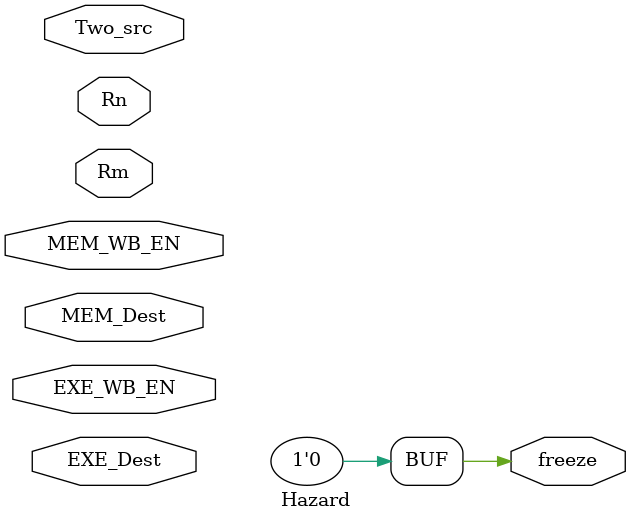
<source format=v>
module Hazard(  input MEM_WB_EN, EXE_WB_EN, Two_src,
                input[3:0] MEM_Dest, EXE_Dest,
                input[3:0] Rn, Rm,
                output reg freeze);
// read after write
assign freeze=1'b0;

always @(*) begin
    freeze=0;
    if (EXE_WB_EN && (EXE_Dest==Rn || Two_src && EXE_Dest==Rm))
        freeze=1;
    if (MEM_WB_EN && (MEM_Dest==Rn || Two_src && MEM_Dest==Rm))
        freeze=1;
end

endmodule
</source>
